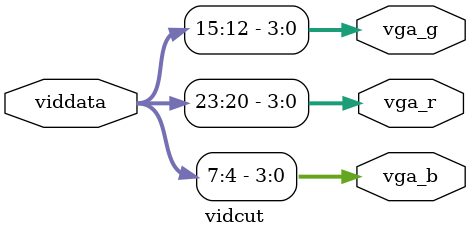
<source format=v>
`timescale 1ns / 1ps


module vidcut(
    input [23:0] viddata,
    output [3:0] vga_b,
    output [3:0] vga_r,
    output [3:0] vga_g
    );
    
    assign vga_b[3:0] = viddata[7:4];
    assign vga_g[3:0] = viddata[15:12];
    assign vga_r[3:0] = viddata[23:20];
    
endmodule


</source>
